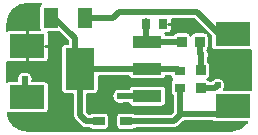
<source format=gtl>
G04 Layer: TopLayer*
G04 EasyEDA Pro v2.2.40.8, 2025-10-17 12:33:29*
G04 Gerber Generator version 0.3*
G04 Scale: 100 percent, Rotated: No, Reflected: No*
G04 Dimensions in millimeters*
G04 Leading zeros omitted, absolute positions, 4 integers and 5 decimals*
G04 Generated by one-click*
%FSLAX45Y45*%
%MOMM*%
%ADD10C,0.2032*%
%ADD11C,0.254*%
%ADD12R,3.0X2.0*%
%ADD13R,0.9X0.8*%
%ADD14R,0.8X0.9*%
%ADD15R,1.0X0.75001*%
%ADD16R,2.46499X1.05001*%
%ADD17R,2.4658X3.54*%
%ADD18R,2.46499X3.54*%
%ADD19R,0.80648X0.86401*%
%ADD20R,0.86401X0.80648*%
%ADD21R,1.19009X1.72799*%
%ADD22C,0.61*%
%ADD23C,0.5*%
G75*


G04 Copper Start*
G36*
G01X53200Y885114D02*
G01X44220Y883970D01*
G01X35814Y880611D01*
G01X35814Y943000D01*
G01X37835Y968684D01*
G01X43850Y993736D01*
G01X53709Y1017539D01*
G01X67171Y1039506D01*
G01X83903Y1059097D01*
G01X103494Y1075829D01*
G01X125461Y1089291D01*
G01X149264Y1099150D01*
G01X174316Y1105165D01*
G01X200000Y1107186D01*
G01X322823Y1107186D01*
G01X313987Y1099194D01*
G01X308262Y1088747D01*
G01X306281Y1076999D01*
G01X306281Y904201D01*
G01X307686Y894268D01*
G01X311791Y885114D01*
G01X53200Y885114D01*
G37*
G36*
G01X35814Y448811D02*
G01X35814Y617989D01*
G01X44220Y614630D01*
G01X53200Y613486D01*
G01X353200Y613486D01*
G01X364267Y615239D01*
G01X374251Y620326D01*
G01X382174Y628249D01*
G01X387261Y638233D01*
G01X389014Y649300D01*
G01X389014Y849300D01*
G01X387609Y859233D01*
G01X383504Y868387D01*
G01X461104Y868387D01*
G01X469437Y869369D01*
G01X545599Y793207D01*
G01X545599Y769480D01*
G01X526409Y769480D01*
G01X515342Y767727D01*
G01X505358Y762640D01*
G01X497435Y754717D01*
G01X492348Y744733D01*
G01X490595Y733666D01*
G01X490595Y379667D01*
G01X492348Y368599D01*
G01X497435Y358616D01*
G01X505358Y350692D01*
G01X515342Y345605D01*
G01X526409Y343853D01*
G01X588844Y343853D01*
G01X588844Y164300D01*
G01X590013Y152436D01*
G01X593474Y141027D01*
G01X599093Y130513D01*
G01X606656Y121298D01*
G01X656656Y71298D01*
G01X665872Y63735D01*
G01X676386Y58115D01*
G01X687794Y54655D01*
G01X699658Y53486D01*
G01X732654Y53486D01*
G01X740375Y46737D01*
G01X749692Y42454D01*
G01X759841Y40985D01*
G01X859841Y40985D01*
G01X870908Y42738D01*
G01X880892Y47825D01*
G01X888815Y55748D01*
G01X893902Y65732D01*
G01X895655Y76799D01*
G01X895655Y151801D01*
G01X893902Y162868D01*
G01X888815Y172852D01*
G01X880892Y180775D01*
G01X870908Y185862D01*
G01X859841Y187615D01*
G01X759841Y187615D01*
G01X749692Y186146D01*
G01X740375Y181863D01*
G01X732654Y175114D01*
G01X724848Y175114D01*
G01X710472Y189490D01*
G01X710472Y326669D01*
G01X924286Y326669D01*
G01X926309Y310416D01*
G01X932253Y295154D01*
G01X941757Y281815D01*
G01X954240Y271212D01*
G01X968942Y263992D01*
G01X984965Y260595D01*
G01X1001331Y261229D01*
G01X1017043Y265855D01*
G01X1063073Y265855D01*
G01X1067726Y254891D01*
G01X1075717Y246059D01*
G01X1086163Y240336D01*
G01X1097909Y238355D01*
G01X1344408Y238355D01*
G01X1355475Y240108D01*
G01X1365459Y245195D01*
G01X1373382Y253118D01*
G01X1378469Y263102D01*
G01X1380222Y274169D01*
G01X1380222Y379170D01*
G01X1378469Y390237D01*
G01X1373382Y400221D01*
G01X1365459Y408144D01*
G01X1355475Y413231D01*
G01X1344408Y414984D01*
G01X1097909Y414984D01*
G01X1086163Y413003D01*
G01X1075717Y407280D01*
G01X1067726Y398448D01*
G01X1063073Y387483D01*
G01X1017043Y387483D01*
G01X1001331Y392109D01*
G01X984965Y392744D01*
G01X968942Y389347D01*
G01X954240Y382127D01*
G01X941757Y371524D01*
G01X932253Y358185D01*
G01X926309Y342923D01*
G01X924286Y326669D01*
G01X924286Y326669D01*
G01X710472Y326669D01*
G01X710472Y343853D01*
G01X772908Y343853D01*
G01X783975Y345605D01*
G01X793959Y350692D01*
G01X801882Y358616D01*
G01X806969Y368599D01*
G01X808722Y379667D01*
G01X808722Y495852D01*
G01X1063073Y495852D01*
G01X1067726Y484888D01*
G01X1075717Y476056D01*
G01X1086163Y470333D01*
G01X1097909Y468352D01*
G01X1344408Y468352D01*
G01X1356153Y470333D01*
G01X1366599Y476056D01*
G01X1374591Y484888D01*
G01X1379244Y495852D01*
G01X1418016Y495852D01*
G01X1420706Y485739D01*
G01X1426205Y476835D01*
G01X1434043Y469900D01*
G01X1425353Y461914D01*
G01X1419731Y451538D01*
G01X1417786Y439898D01*
G01X1417786Y359898D01*
G01X1419165Y350057D01*
G01X1423194Y340973D01*
G01X1429565Y333347D01*
G01X1437786Y327764D01*
G01X1437786Y192424D01*
G01X1420476Y175114D01*
G01X1121546Y175114D01*
G01X1113825Y181863D01*
G01X1104508Y186146D01*
G01X1094359Y187615D01*
G01X1072422Y187615D01*
G01X1062581Y187615D01*
G01X994359Y187615D01*
G01X983292Y185862D01*
G01X973308Y180775D01*
G01X965385Y172852D01*
G01X960298Y162868D01*
G01X958545Y151801D01*
G01X958545Y76799D01*
G01X960298Y65732D01*
G01X965385Y55748D01*
G01X973308Y47825D01*
G01X983292Y42738D01*
G01X994359Y40985D01*
G01X1094359Y40985D01*
G01X1104508Y42454D01*
G01X1113825Y46737D01*
G01X1121546Y53486D01*
G01X1445666Y53486D01*
G01X1457531Y54655D01*
G01X1468939Y58115D01*
G01X1479453Y63735D01*
G01X1488668Y71298D01*
G01X1534356Y116986D01*
G01X1766804Y116986D01*
G01X1774390Y110762D01*
G01X1783380Y106830D01*
G01X1793100Y105486D01*
G01X2067854Y105486D01*
G01X2053714Y88064D01*
G01X2037330Y72732D01*
G01X2019009Y59778D01*
G01X1999093Y49442D01*
G01X1977954Y41918D01*
G01X1955986Y37347D01*
G01X1933600Y35814D01*
G01X200000Y35814D01*
G01X175715Y37620D01*
G01X151965Y42998D01*
G01X129271Y51830D01*
G01X108133Y63921D01*
G01X89016Y79006D01*
G01X72340Y96753D01*
G01X58473Y116771D01*
G01X47719Y138620D01*
G01X40315Y161819D01*
G01X36424Y185858D01*
G01X44557Y182745D01*
G01X53200Y181686D01*
G01X353200Y181686D01*
G01X364267Y183439D01*
G01X374251Y188526D01*
G01X382174Y196449D01*
G01X387261Y206433D01*
G01X389014Y217500D01*
G01X389014Y417500D01*
G01X387261Y428567D01*
G01X382174Y438551D01*
G01X374251Y446474D01*
G01X364267Y451561D01*
G01X353200Y453314D01*
G01X248356Y453314D01*
G01X250444Y468252D01*
G01X249101Y483276D01*
G01X244398Y497608D01*
G01X236578Y510506D01*
G01X226046Y521303D01*
G01X213346Y529441D01*
G01X199136Y534499D01*
G01X184150Y536214D01*
G01X169164Y534499D01*
G01X154954Y529441D01*
G01X142254Y521303D01*
G01X131722Y510506D01*
G01X123902Y497608D01*
G01X119199Y483276D01*
G01X117856Y468252D01*
G01X119944Y453314D01*
G01X53200Y453314D01*
G01X44220Y452170D01*
G01X35814Y448811D01*
G37*
G36*
G01X2093100Y715086D02*
G01X2097786Y715394D01*
G01X2097786Y376806D01*
G01X2093100Y377114D01*
G01X1867430Y377114D01*
G01X1875709Y390042D01*
G01X1880793Y404528D01*
G01X1882410Y419795D01*
G01X1880474Y435024D01*
G01X1875087Y449400D01*
G01X1866539Y462152D01*
G01X1855288Y472597D01*
G01X1841936Y480174D01*
G01X1827200Y484479D01*
G01X1811869Y485279D01*
G01X1796764Y482532D01*
G01X1782696Y476386D01*
G01X1770418Y467170D01*
G01X1760589Y455378D01*
G01X1748974Y455378D01*
G01X1742993Y462006D01*
G01X1735560Y466949D01*
G01X1727134Y469900D01*
G01X1736256Y473207D01*
G01X1744156Y478842D01*
G01X1750253Y486391D01*
G01X1754100Y495299D01*
G01X1755414Y504913D01*
G01X1755414Y585560D01*
G01X1754172Y594911D01*
G01X1750531Y603613D01*
G01X1744745Y611063D01*
G01X1737214Y616744D01*
G01X1737214Y646657D01*
G01X1741593Y660959D01*
G01X1742656Y675878D01*
G01X1740348Y690657D01*
G01X1734787Y704541D01*
G01X1726255Y716827D01*
G01X1733118Y724573D01*
G01X1737479Y733959D01*
G01X1738974Y744200D01*
G01X1738974Y830600D01*
G01X1737221Y841667D01*
G01X1732134Y851651D01*
G01X1724211Y859574D01*
G01X1714227Y864661D01*
G01X1703160Y866414D01*
G01X1622513Y866414D01*
G01X1612899Y865100D01*
G01X1603991Y861253D01*
G01X1596442Y855156D01*
G01X1590807Y847256D01*
G01X1587500Y838134D01*
G01X1584193Y847256D01*
G01X1578558Y855156D01*
G01X1571009Y861253D01*
G01X1562101Y865100D01*
G01X1552487Y866414D01*
G01X1471840Y866414D01*
G01X1462286Y865117D01*
G01X1453425Y861317D01*
G01X1445898Y855292D01*
G01X1440252Y847477D01*
G01X1379244Y847477D01*
G01X1377248Y853453D01*
G01X1374236Y858986D01*
G01X1392702Y858986D01*
G01X1403769Y860739D01*
G01X1413753Y865826D01*
G01X1421676Y873749D01*
G01X1426763Y883733D01*
G01X1428516Y894800D01*
G01X1428516Y979786D01*
G01X1613910Y979786D01*
G01X1757286Y836410D01*
G01X1757286Y750900D01*
G01X1759039Y739833D01*
G01X1764126Y729849D01*
G01X1772049Y721926D01*
G01X1782033Y716839D01*
G01X1793100Y715086D01*
G01X2093100Y715086D01*
G37*
G54D10*
G01X53200Y885114D02*
G03X35814Y880611I0J-35814D01*
G01X35814Y943000D01*
G02X200000Y1107186I164186J0D01*
G01X322823Y1107186D01*
G03X306281Y1076999I19272J-30187D01*
G01X306281Y904201D01*
G03X311791Y885114I35814J0D01*
G01X53200Y885114D01*
G01X35814Y448811D02*
G01X35814Y617989D01*
G03X53200Y613486I17386J31311D01*
G01X353200Y613486D01*
G03X389014Y649300I0J35814D01*
G01X389014Y849300D01*
G03X383504Y868387I-35814J0D01*
G01X461104Y868387D01*
G03X469437Y869369I0J35814D01*
G01X545599Y793207D01*
G01X545599Y769480D01*
G01X526409Y769480D01*
G03X490595Y733666I0J-35814D01*
G01X490595Y379667D01*
G03X526409Y343853I35814J0D01*
G01X588844Y343853D01*
G01X588844Y164300D01*
G03X606656Y121298I60814J0D01*
G01X656656Y71298D01*
G03X699658Y53486I43002J43002D01*
G01X732654Y53486D01*
G03X759841Y40985I27187J23313D01*
G01X859841Y40985D01*
G03X895655Y76799I0J35814D01*
G01X895655Y151801D01*
G03X859841Y187615I-35814J0D01*
G01X759841Y187615D01*
G03X732654Y175114I0J-35814D01*
G01X724848Y175114D01*
G01X710472Y189490D01*
G01X710472Y343853D01*
G01X772908Y343853D01*
G03X808722Y379667I0J35814D01*
G01X808722Y495852D01*
G01X1063073Y495852D01*
G03X1097909Y468352I34836J8313D01*
G01X1344408Y468352D01*
G03X1379244Y495852I0J35814D01*
G01X1418016Y495852D01*
G03X1434043Y469900I35584J4050D01*
G03X1417786Y439898I19557J-30002D01*
G01X1417786Y359898D01*
G03X1437786Y327764I35814J0D01*
G01X1437786Y192424D01*
G01X1420476Y175114D01*
G01X1121546Y175114D01*
G03X1094359Y187615I-27187J-23313D01*
G01X1072422Y187615D01*
G03X1062581Y187615I-4921J-60615D01*
G01X994359Y187615D01*
G03X958545Y151801I0J-35814D01*
G01X958545Y76799D01*
G03X994359Y40985I35814J0D01*
G01X1094359Y40985D01*
G03X1121546Y53486I0J35814D01*
G01X1445666Y53486D01*
G03X1488668Y71298I0J60814D01*
G01X1534356Y116986D01*
G01X1766804Y116986D01*
G03X1793100Y105486I26296J24314D01*
G01X2067854Y105486D01*
G02X1933600Y35814I-134254J94514D01*
G01X200000Y35814D01*
G02X36424Y185858I0J164186D01*
G03X53200Y181686I16776J31642D01*
G01X353200Y181686D01*
G03X389014Y217500I0J35814D01*
G01X389014Y417500D01*
G03X353200Y453314I-35814J0D01*
G01X248356Y453314D01*
G03X184150Y536214I-64206J16586D01*
G03X119944Y453314I0J-66314D01*
G01X53200Y453314D01*
G03X35814Y448811I0J-35814D01*
G01X924286Y326669D02*
G03X1017043Y265855I66314J0D01*
G01X1063073Y265855D01*
G03X1097909Y238355I34836J8313D01*
G01X1344408Y238355D01*
G03X1380222Y274169I0J35814D01*
G01X1380222Y379170D01*
G03X1344408Y414984I-35814J0D01*
G01X1097909Y414984D01*
G03X1063073Y387483I0J-35814D01*
G01X1017043Y387483D01*
G03X924286Y326669I-26443J-60814D01*
G01X2093100Y715086D02*
G03X2097786Y715394I0J35814D01*
G01X2097786Y376806D01*
G03X2093100Y377114I-4686J-35506D01*
G01X1867430Y377114D01*
G03X1855288Y472597I-51330J41986D01*
G03X1760589Y455378I-39188J-53497D01*
G01X1748974Y455378D01*
G03X1727134Y469900I-29373J-20490D01*
G03X1755414Y504913I-7534J35013D01*
G01X1755414Y585560D01*
G03X1737214Y616744I-35814J0D01*
G01X1737214Y646657D01*
G03X1726255Y716827I-60814J26443D01*
G03X1738974Y744200I-23095J27373D01*
G01X1738974Y830600D01*
G03X1703160Y866414I-35814J0D01*
G01X1622513Y866414D01*
G03X1587500Y838134I0J-35814D01*
G03X1552487Y866414I-35013J-7534D01*
G01X1471840Y866414D01*
G03X1440252Y847477I0J-35814D01*
G01X1379244Y847477D01*
G03X1374236Y858986I-34836J-8313D01*
G01X1392702Y858986D01*
G03X1428516Y894800I0J35814D01*
G01X1428516Y979786D01*
G01X1613910Y979786D01*
G01X1757286Y836410D01*
G01X1757286Y750900D01*
G03X1793100Y715086I35814J0D01*
G01X2093100Y715086D01*
G54D11*
G01X352946Y749300D02*
G01X378854Y749300D01*
G01X203200Y849046D02*
G01X203200Y874954D01*
G01X203200Y649554D02*
G01X203200Y623646D01*
G01X1392448Y939800D02*
G01X1418356Y939800D01*
G04 Copper End*

G04 Pad Start*
G54D12*
G01X203200Y749300D03*
G01X1943100Y241300D03*
G01X203200Y317500D03*
G01X1943100Y850900D03*
G54D13*
G01X1498600Y539902D03*
G01X1498600Y399898D03*
G54D14*
G01X1212698Y939800D03*
G01X1352702Y939800D03*
G54D15*
G01X1044359Y114300D03*
G01X809841Y114300D03*
G54D16*
G01X1221158Y326669D03*
G01X1221158Y556666D03*
G01X1221158Y786663D03*
G54D18*
G01X649658Y556666D03*
G54D19*
G01X1512164Y787400D03*
G01X1662836Y787400D03*
G54D20*
G01X1676400Y545236D03*
G01X1676400Y394564D03*
G54D21*
G01X401599Y990600D03*
G01X690601Y990600D03*
G04 Pad End*

G04 Via Start*
G54D22*
G01X990600Y326669D03*
G01X1676400Y673100D03*
G01X1511300Y939800D03*
G01X457200Y812800D03*
G01X457200Y714871D03*
G01X1816100Y419100D03*
G01X184150Y469900D03*
G01X2062500Y604500D03*
G01X538500Y96500D03*
G04 Via End*

G04 Track Start*
G54D23*
G01X649658Y556666D02*
G01X1221158Y556666D01*
G01X1481836Y556666D01*
G01X1498600Y539902D01*
G01X1221158Y786663D02*
G01X1511427Y786663D01*
G01X1512164Y787400D01*
G01X1221158Y786663D02*
G01X1212698Y795124D01*
G01X1212698Y965200D01*
G01X1221158Y326669D02*
G01X990600Y326669D01*
G01X1676400Y673100D02*
G01X1662836Y686664D01*
G01X1662836Y787400D01*
G01X1676400Y673100D02*
G01X1676400Y545236D01*
G01X1498600Y190500D02*
G01X1511300Y177800D01*
G01X1879600Y177800D01*
G01X1943100Y241300D01*
G01X1498600Y190500D02*
G01X1498600Y399898D01*
G01X184150Y469900D02*
G01X184150Y336550D01*
G01X203200Y317500D01*
G01X1676400Y394564D02*
G01X1791564Y394564D01*
G01X1816100Y419100D01*
G01X765216Y114300D02*
G01X699658Y114300D01*
G01X649658Y164300D01*
G01X649658Y556666D01*
G01X1498600Y167234D02*
G01X1498600Y190500D01*
G01X1067501Y127000D02*
G01X1080201Y114300D01*
G01X1445666Y114300D01*
G01X1498600Y167234D01*
G01X1854200Y825500D02*
G01X1930400Y825500D01*
G01X1943100Y838200D01*
G01X1943100Y850900D01*
G01X931300Y990600D02*
G01X981300Y1040600D01*
G01X1639100Y1040600D01*
G01X1854200Y825500D01*
G01X690601Y990600D02*
G01X931300Y990600D01*
G01X401599Y990600D02*
G01X434210Y990600D01*
G01X606413Y818397D01*
G01X606413Y561811D01*
G01X611558Y556666D01*
G01X649658Y556666D01*
G04 Track End*

M02*


</source>
